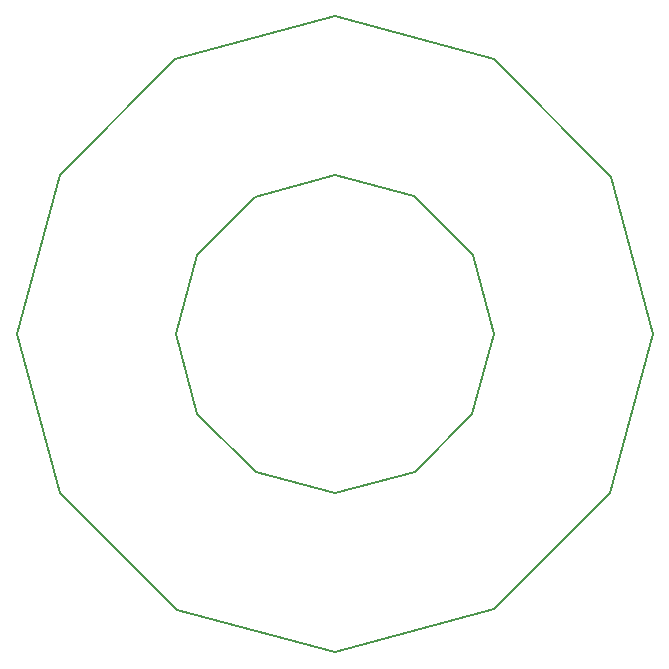
<source format=gbr>
G04 (created by PCBNEW (2013-03-15 BZR 4003)-stable) date 10-Jun-13 3:13:06 PM*
%MOIN*%
G04 Gerber Fmt 3.4, Leading zero omitted, Abs format*
%FSLAX34Y34*%
G01*
G70*
G90*
G04 APERTURE LIST*
%ADD10C,0.006*%
%ADD11C,0.00590551*%
G04 APERTURE END LIST*
G54D10*
G54D11*
X-5315Y9175D02*
X0Y10600D01*
X-9175Y5310D02*
X-5315Y9175D01*
X-10600Y0D02*
X-9175Y5310D01*
X-9175Y-5310D02*
X-10600Y0D01*
X-5255Y-9205D02*
X-9175Y-5310D01*
X0Y-10600D02*
X-5255Y-9205D01*
X5315Y-9170D02*
X0Y-10600D01*
X9175Y-5310D02*
X5315Y-9170D01*
X10600Y0D02*
X9175Y-5310D01*
X9205Y5255D02*
X10600Y0D01*
X5315Y9175D02*
X9205Y5255D01*
X0Y10600D02*
X5315Y9175D01*
X-2660Y4585D02*
X-5Y5300D01*
X-4590Y2655D02*
X-2660Y4585D01*
X-5300Y-5D02*
X-4590Y2655D01*
X-4585Y-2660D02*
X-5300Y-5D01*
X-2625Y-4605D02*
X-4585Y-2660D01*
X0Y-5300D02*
X-2625Y-4605D01*
X2660Y-4585D02*
X0Y-5300D01*
X4585Y-2655D02*
X2660Y-4585D01*
X5300Y0D02*
X4585Y-2655D01*
X4605Y2630D02*
X5300Y0D01*
X2655Y4590D02*
X4605Y2630D01*
X0Y5300D02*
X2655Y4590D01*
M02*

</source>
